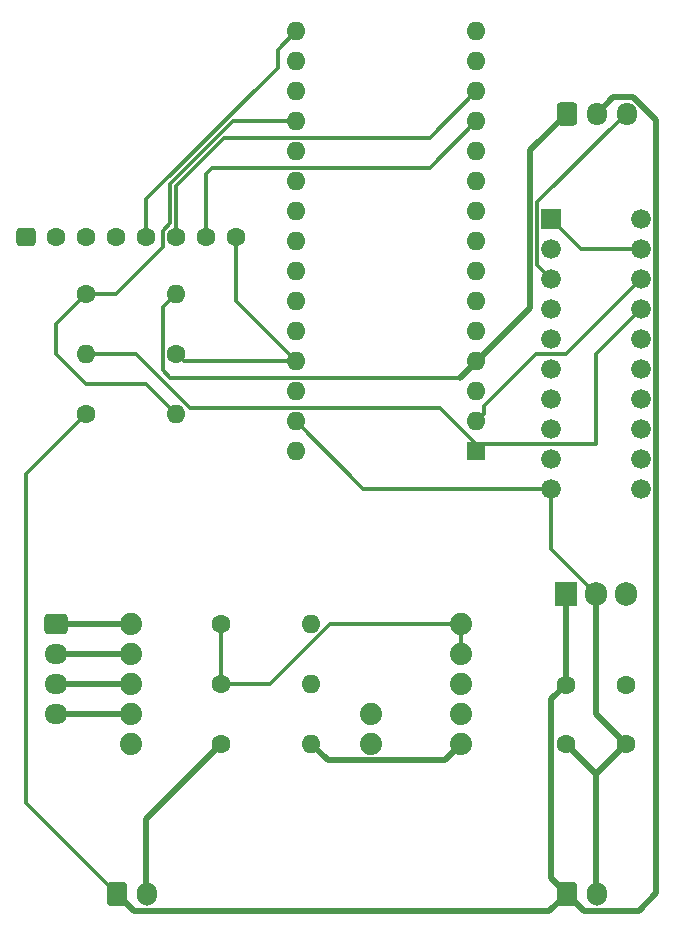
<source format=gbr>
%TF.GenerationSoftware,KiCad,Pcbnew,7.0.6*%
%TF.CreationDate,2023-07-23T20:46:28-06:00*%
%TF.ProjectId,Caress,43617265-7373-42e6-9b69-6361645f7063,2*%
%TF.SameCoordinates,Original*%
%TF.FileFunction,Copper,L1,Top*%
%TF.FilePolarity,Positive*%
%FSLAX46Y46*%
G04 Gerber Fmt 4.6, Leading zero omitted, Abs format (unit mm)*
G04 Created by KiCad (PCBNEW 7.0.6) date 2023-07-23 20:46:28*
%MOMM*%
%LPD*%
G01*
G04 APERTURE LIST*
G04 Aperture macros list*
%AMRoundRect*
0 Rectangle with rounded corners*
0 $1 Rounding radius*
0 $2 $3 $4 $5 $6 $7 $8 $9 X,Y pos of 4 corners*
0 Add a 4 corners polygon primitive as box body*
4,1,4,$2,$3,$4,$5,$6,$7,$8,$9,$2,$3,0*
0 Add four circle primitives for the rounded corners*
1,1,$1+$1,$2,$3*
1,1,$1+$1,$4,$5*
1,1,$1+$1,$6,$7*
1,1,$1+$1,$8,$9*
0 Add four rect primitives between the rounded corners*
20,1,$1+$1,$2,$3,$4,$5,0*
20,1,$1+$1,$4,$5,$6,$7,0*
20,1,$1+$1,$6,$7,$8,$9,0*
20,1,$1+$1,$8,$9,$2,$3,0*%
G04 Aperture macros list end*
%TA.AperFunction,ComponentPad*%
%ADD10C,1.600000*%
%TD*%
%TA.AperFunction,ComponentPad*%
%ADD11O,1.600000X1.600000*%
%TD*%
%TA.AperFunction,ComponentPad*%
%ADD12RoundRect,0.250000X-0.600000X-0.725000X0.600000X-0.725000X0.600000X0.725000X-0.600000X0.725000X0*%
%TD*%
%TA.AperFunction,ComponentPad*%
%ADD13O,1.700000X1.950000*%
%TD*%
%TA.AperFunction,ComponentPad*%
%ADD14RoundRect,0.250000X-0.725000X0.600000X-0.725000X-0.600000X0.725000X-0.600000X0.725000X0.600000X0*%
%TD*%
%TA.AperFunction,ComponentPad*%
%ADD15O,1.950000X1.700000*%
%TD*%
%TA.AperFunction,ComponentPad*%
%ADD16R,1.676400X1.676400*%
%TD*%
%TA.AperFunction,ComponentPad*%
%ADD17C,1.676400*%
%TD*%
%TA.AperFunction,ComponentPad*%
%ADD18RoundRect,0.250000X-0.600000X-0.750000X0.600000X-0.750000X0.600000X0.750000X-0.600000X0.750000X0*%
%TD*%
%TA.AperFunction,ComponentPad*%
%ADD19O,1.700000X2.000000*%
%TD*%
%TA.AperFunction,ComponentPad*%
%ADD20RoundRect,0.400000X0.450000X-0.400000X0.450000X0.400000X-0.450000X0.400000X-0.450000X-0.400000X0*%
%TD*%
%TA.AperFunction,ComponentPad*%
%ADD21C,1.879600*%
%TD*%
%TA.AperFunction,ComponentPad*%
%ADD22R,1.600000X1.600000*%
%TD*%
%TA.AperFunction,ComponentPad*%
%ADD23R,1.905000X2.000000*%
%TD*%
%TA.AperFunction,ComponentPad*%
%ADD24O,1.905000X2.000000*%
%TD*%
%TA.AperFunction,Conductor*%
%ADD25C,0.300000*%
%TD*%
%TA.AperFunction,Conductor*%
%ADD26C,0.500000*%
%TD*%
G04 APERTURE END LIST*
D10*
%TO.P,R4,1*%
%TO.N,+5V*%
X55895881Y-71120000D03*
D11*
%TO.P,R4,2*%
%TO.N,/D1_2A4*%
X48275881Y-71120000D03*
%TD*%
D12*
%TO.P,J4,1,Pin_1*%
%TO.N,GND*%
X88940000Y-50800000D03*
D13*
%TO.P,J4,2,Pin_2*%
%TO.N,+12V*%
X91480000Y-50800000D03*
%TO.P,J4,3,Pin_3*%
%TO.N,Net-(J4-Pin_3)*%
X94020000Y-50800000D03*
%TD*%
D14*
%TO.P,J1,1,Pin_1*%
%TO.N,Net-(J1-Pin_1)*%
X45720000Y-93980000D03*
D15*
%TO.P,J1,2,Pin_2*%
%TO.N,Net-(J1-Pin_2)*%
X45720000Y-96520000D03*
%TO.P,J1,3,Pin_3*%
%TO.N,Net-(J1-Pin_3)*%
X45720000Y-99060000D03*
%TO.P,J1,4,Pin_4*%
%TO.N,Net-(J1-Pin_4)*%
X45720000Y-101600000D03*
%TD*%
D16*
%TO.P,U4,1,1~G*%
%TO.N,/D2_G*%
X87630000Y-59690000D03*
D17*
%TO.P,U4,2,1A1*%
%TO.N,unconnected-(U4-1A1-Pad2)*%
X87630000Y-62230000D03*
%TO.P,U4,3,2Y4*%
%TO.N,Net-(J4-Pin_3)*%
X87630000Y-64770000D03*
%TO.P,U4,4,1A2*%
%TO.N,unconnected-(U4-1A2-Pad4)*%
X87630000Y-67310000D03*
%TO.P,U4,5,2Y3*%
%TO.N,unconnected-(U4-2Y3-Pad5)*%
X87630000Y-69850000D03*
%TO.P,U4,6,1A3*%
%TO.N,unconnected-(U4-1A3-Pad6)*%
X87630000Y-72390000D03*
%TO.P,U4,7,2Y2*%
%TO.N,unconnected-(U4-2Y2-Pad7)*%
X87630000Y-74930000D03*
%TO.P,U4,8,1A4*%
%TO.N,unconnected-(U4-1A4-Pad8)*%
X87630000Y-77470000D03*
%TO.P,U4,9,2Y1*%
%TO.N,unconnected-(U4-2Y1-Pad9)*%
X87630000Y-80010000D03*
%TO.P,U4,10,GND*%
%TO.N,GND*%
X87630000Y-82550000D03*
%TO.P,U4,11,2A1*%
%TO.N,unconnected-(U4-2A1-Pad11)*%
X95250000Y-82550000D03*
%TO.P,U4,12,1Y4*%
%TO.N,unconnected-(U4-1Y4-Pad12)*%
X95250000Y-80010000D03*
%TO.P,U4,13,2A2*%
%TO.N,unconnected-(U4-2A2-Pad13)*%
X95250000Y-77470000D03*
%TO.P,U4,14,1Y3*%
%TO.N,unconnected-(U4-1Y3-Pad14)*%
X95250000Y-74930000D03*
%TO.P,U4,15,2A3*%
%TO.N,unconnected-(U4-2A3-Pad15)*%
X95250000Y-72390000D03*
%TO.P,U4,16,1Y2*%
%TO.N,unconnected-(U4-1Y2-Pad16)*%
X95250000Y-69850000D03*
%TO.P,U4,17,2A4*%
%TO.N,/D1_2A4*%
X95250000Y-67310000D03*
%TO.P,U4,18,1Y1*%
%TO.N,/D0_1Y1*%
X95250000Y-64770000D03*
%TO.P,U4,19,2G*%
%TO.N,/D2_G*%
X95250000Y-62230000D03*
%TO.P,U4,20,VCC*%
%TO.N,+5V*%
X95250000Y-59690000D03*
%TD*%
D10*
%TO.P,C1,1*%
%TO.N,+12V*%
X88900000Y-99140000D03*
%TO.P,C1,2*%
%TO.N,GND*%
X88900000Y-104140000D03*
%TD*%
D18*
%TO.P,J2,1,Pin_1*%
%TO.N,+12V*%
X50840000Y-116840000D03*
D19*
%TO.P,J2,2,Pin_2*%
%TO.N,Net-(J2-Pin_2)*%
X53380000Y-116840000D03*
%TD*%
D20*
%TO.P,U1,1,GND*%
%TO.N,GND*%
X43180000Y-61206660D03*
D10*
%TO.P,U1,2,IRQ*%
%TO.N,/D8_IRQ*%
X45720000Y-61206660D03*
%TO.P,U1,3,MISO*%
%TO.N,/D12_MISO*%
X48260000Y-61206660D03*
%TO.P,U1,4,MOSI*%
%TO.N,/D11_MOSI*%
X50800000Y-61206660D03*
%TO.P,U1,5,SCK*%
%TO.N,/D13_SCK*%
X53340000Y-61206660D03*
%TO.P,U1,6,CSN*%
%TO.N,/D10_CSN*%
X55880000Y-61206660D03*
%TO.P,U1,7,CE*%
%TO.N,/D9_CE*%
X58420000Y-61206660D03*
%TO.P,U1,8,VCC*%
%TO.N,+5V*%
X60960000Y-61206660D03*
%TD*%
%TO.P,R1,1*%
%TO.N,+12V*%
X48275881Y-76200000D03*
D11*
%TO.P,R1,2*%
%TO.N,/A0_VBat*%
X55895881Y-76200000D03*
%TD*%
D10*
%TO.P,R6,1*%
%TO.N,+5V*%
X59690000Y-99060000D03*
D11*
%TO.P,R6,2*%
%TO.N,Net-(J4-Pin_3)*%
X67310000Y-99060000D03*
%TD*%
D10*
%TO.P,R5,1*%
%TO.N,+5V*%
X59690000Y-93980000D03*
D11*
%TO.P,R5,2*%
%TO.N,/D0_1Y1*%
X67310000Y-93980000D03*
%TD*%
D10*
%TO.P,C2,1*%
%TO.N,/VIN_5v*%
X93980000Y-99140000D03*
%TO.P,C2,2*%
%TO.N,GND*%
X93980000Y-104140000D03*
%TD*%
D18*
%TO.P,J3,1,Pin_1*%
%TO.N,+12V*%
X88940000Y-116840000D03*
D19*
%TO.P,J3,2,Pin_2*%
%TO.N,GND*%
X91480000Y-116840000D03*
%TD*%
D21*
%TO.P,U2,1,RED*%
%TO.N,Net-(J1-Pin_1)*%
X52070000Y-93980000D03*
%TO.P,U2,2,BLK*%
%TO.N,Net-(J1-Pin_2)*%
X52070000Y-96520000D03*
%TO.P,U2,3,WHT*%
%TO.N,Net-(J1-Pin_3)*%
X52070000Y-99060000D03*
%TO.P,U2,4,GRN*%
%TO.N,Net-(J1-Pin_4)*%
X52070000Y-101600000D03*
%TO.P,U2,5,YLW*%
%TO.N,unconnected-(U2-YLW-Pad5)*%
X52070000Y-104140000D03*
%TO.P,U2,6,GND*%
%TO.N,GND*%
X80010000Y-104140000D03*
%TO.P,U2,7,CLK*%
%TO.N,/D5_CLK*%
X80010000Y-101600000D03*
%TO.P,U2,8,DAT*%
%TO.N,/D6_DAT*%
X80010000Y-99060000D03*
%TO.P,U2,9,VCC*%
%TO.N,+5V*%
X80010000Y-96520000D03*
%TO.P,U2,10,VDD*%
X80010000Y-93980000D03*
%TO.P,U2,11,B+*%
%TO.N,unconnected-(U2-B+-Pad11)*%
X72390000Y-101600000D03*
%TO.P,U2,12,B-*%
%TO.N,unconnected-(U2-B--Pad12)*%
X72390000Y-104140000D03*
%TD*%
D22*
%TO.P,A1,1,D1/TX*%
%TO.N,/D1_2A4*%
X81280000Y-79400000D03*
D11*
%TO.P,A1,2,D0/RX*%
%TO.N,/D0_1Y1*%
X81280000Y-76860000D03*
%TO.P,A1,3,~{RESET}*%
%TO.N,unconnected-(A1-~{RESET}-Pad3)*%
X81280000Y-74320000D03*
%TO.P,A1,4,GND*%
%TO.N,GND*%
X81280000Y-71780000D03*
%TO.P,A1,5,D2*%
%TO.N,/D2_G*%
X81280000Y-69240000D03*
%TO.P,A1,6,D3*%
%TO.N,unconnected-(A1-D3-Pad6)*%
X81280000Y-66700000D03*
%TO.P,A1,7,D4*%
%TO.N,unconnected-(A1-D4-Pad7)*%
X81280000Y-64160000D03*
%TO.P,A1,8,D5*%
%TO.N,/D5_CLK*%
X81280000Y-61620000D03*
%TO.P,A1,9,D6*%
%TO.N,/D6_DAT*%
X81280000Y-59080000D03*
%TO.P,A1,10,D7*%
%TO.N,unconnected-(A1-D7-Pad10)*%
X81280000Y-56540000D03*
%TO.P,A1,11,D8*%
%TO.N,/D8_IRQ*%
X81280000Y-54000000D03*
%TO.P,A1,12,D9*%
%TO.N,/D9_CE*%
X81280000Y-51460000D03*
%TO.P,A1,13,D10*%
%TO.N,/D10_CSN*%
X81280000Y-48920000D03*
%TO.P,A1,14,D11*%
%TO.N,/D11_MOSI*%
X81280000Y-46380000D03*
%TO.P,A1,15,D12*%
%TO.N,/D12_MISO*%
X81280000Y-43840000D03*
%TO.P,A1,16,D13*%
%TO.N,/D13_SCK*%
X66040000Y-43840000D03*
%TO.P,A1,17,3V3*%
%TO.N,unconnected-(A1-3V3-Pad17)*%
X66040000Y-46380000D03*
%TO.P,A1,18,AREF*%
%TO.N,unconnected-(A1-AREF-Pad18)*%
X66040000Y-48920000D03*
%TO.P,A1,19,A0*%
%TO.N,/A0_VBat*%
X66040000Y-51460000D03*
%TO.P,A1,20,A1*%
%TO.N,unconnected-(A1-A1-Pad20)*%
X66040000Y-54000000D03*
%TO.P,A1,21,A2*%
%TO.N,unconnected-(A1-A2-Pad21)*%
X66040000Y-56540000D03*
%TO.P,A1,22,A3*%
%TO.N,unconnected-(A1-A3-Pad22)*%
X66040000Y-59080000D03*
%TO.P,A1,23,A4*%
%TO.N,unconnected-(A1-A4-Pad23)*%
X66040000Y-61620000D03*
%TO.P,A1,24,A5*%
%TO.N,unconnected-(A1-A5-Pad24)*%
X66040000Y-64160000D03*
%TO.P,A1,25,A6*%
%TO.N,unconnected-(A1-A6-Pad25)*%
X66040000Y-66700000D03*
%TO.P,A1,26,A7*%
%TO.N,unconnected-(A1-A7-Pad26)*%
X66040000Y-69240000D03*
%TO.P,A1,27,+5V*%
%TO.N,+5V*%
X66040000Y-71780000D03*
%TO.P,A1,28,~{RESET}*%
%TO.N,unconnected-(A1-~{RESET}-Pad28)*%
X66040000Y-74320000D03*
%TO.P,A1,29,GND*%
%TO.N,GND*%
X66040000Y-76860000D03*
%TO.P,A1,30,VIN*%
%TO.N,/VIN_5v*%
X66040000Y-79400000D03*
%TD*%
D10*
%TO.P,R3,1*%
%TO.N,Net-(J2-Pin_2)*%
X59690000Y-104140000D03*
D11*
%TO.P,R3,2*%
%TO.N,GND*%
X67310000Y-104140000D03*
%TD*%
D10*
%TO.P,R2,1*%
%TO.N,/A0_VBat*%
X48275881Y-66040000D03*
D11*
%TO.P,R2,2*%
%TO.N,GND*%
X55895881Y-66040000D03*
%TD*%
D23*
%TO.P,U3,1,VI*%
%TO.N,+12V*%
X88900000Y-91440000D03*
D24*
%TO.P,U3,2,GND*%
%TO.N,GND*%
X91440000Y-91440000D03*
%TO.P,U3,3,VO*%
%TO.N,/VIN_5v*%
X93980000Y-91440000D03*
%TD*%
D25*
%TO.N,GND*%
X79890000Y-73170000D02*
X81280000Y-71780000D01*
X54745881Y-67190000D02*
X54745881Y-72525881D01*
D26*
X93980000Y-104140000D02*
X91440000Y-106680000D01*
X85841800Y-67218200D02*
X79890000Y-73170000D01*
D25*
X87630000Y-82550000D02*
X87630000Y-87630000D01*
D26*
X78620200Y-105529800D02*
X68699800Y-105529800D01*
X80010000Y-104140000D02*
X78620200Y-105529800D01*
X85841800Y-53898200D02*
X85841800Y-67218200D01*
D25*
X54745881Y-72525881D02*
X55390000Y-73170000D01*
X87630000Y-82550000D02*
X71730000Y-82550000D01*
D26*
X91440000Y-101600000D02*
X91440000Y-91440000D01*
D25*
X87630000Y-87630000D02*
X91440000Y-91440000D01*
D26*
X91440000Y-116840000D02*
X91440000Y-106680000D01*
D25*
X55390000Y-73170000D02*
X79890000Y-73170000D01*
D26*
X88940000Y-50800000D02*
X85841800Y-53898200D01*
X91440000Y-106680000D02*
X88900000Y-104140000D01*
X93980000Y-104140000D02*
X91440000Y-101600000D01*
D25*
X55895881Y-66040000D02*
X54745881Y-67190000D01*
D26*
X68699800Y-105529800D02*
X67310000Y-104140000D01*
D25*
X71730000Y-82550000D02*
X66040000Y-76860000D01*
%TO.N,+5V*%
X55895881Y-71120000D02*
X56555881Y-71780000D01*
X60960000Y-61206660D02*
X60960000Y-66700000D01*
X60960000Y-66700000D02*
X66040000Y-71780000D01*
X80010000Y-96520000D02*
X80010000Y-93980000D01*
X63856346Y-99060000D02*
X59690000Y-99060000D01*
X68936346Y-93980000D02*
X63856346Y-99060000D01*
X80010000Y-93980000D02*
X68936346Y-93980000D01*
X59690000Y-99060000D02*
X59690000Y-93980000D01*
X56555881Y-71780000D02*
X66040000Y-71780000D01*
%TO.N,+12V*%
X48275881Y-76200000D02*
X43180000Y-81295881D01*
D26*
X88940000Y-116840000D02*
X87650000Y-115550000D01*
X88940000Y-116840000D02*
X90390000Y-118290000D01*
X96538200Y-51354722D02*
X94558478Y-49375000D01*
X52290000Y-118290000D02*
X87490000Y-118290000D01*
X94558478Y-49375000D02*
X92905000Y-49375000D01*
X92905000Y-49375000D02*
X91480000Y-50800000D01*
X50840000Y-116840000D02*
X52290000Y-118290000D01*
X87650000Y-100390000D02*
X88900000Y-99140000D01*
D25*
X43180000Y-81295881D02*
X43180000Y-109180000D01*
X43180000Y-109180000D02*
X50840000Y-116840000D01*
D26*
X90390000Y-118290000D02*
X95070000Y-118290000D01*
X87650000Y-115550000D02*
X87650000Y-100390000D01*
X88900000Y-99140000D02*
X88900000Y-91440000D01*
X87490000Y-118290000D02*
X88940000Y-116840000D01*
X95070000Y-118290000D02*
X96538200Y-116821800D01*
X96538200Y-116821800D02*
X96538200Y-51354722D01*
D25*
%TO.N,/D1_2A4*%
X91440000Y-78740000D02*
X91440000Y-71120000D01*
X78250000Y-75710000D02*
X81280000Y-78740000D01*
X52442227Y-71120000D02*
X57032227Y-75710000D01*
X81280000Y-78740000D02*
X81280000Y-79400000D01*
X57032227Y-75710000D02*
X78250000Y-75710000D01*
X91440000Y-71120000D02*
X95250000Y-67310000D01*
X81940000Y-78740000D02*
X91440000Y-78740000D01*
X81280000Y-79400000D02*
X81940000Y-78740000D01*
X48275881Y-71120000D02*
X52442227Y-71120000D01*
%TO.N,/D0_1Y1*%
X81940000Y-76200000D02*
X81280000Y-76860000D01*
X86360000Y-71120000D02*
X81940000Y-75540000D01*
X81940000Y-75540000D02*
X81940000Y-76200000D01*
X95250000Y-64770000D02*
X88900000Y-71120000D01*
X88900000Y-71120000D02*
X86360000Y-71120000D01*
%TO.N,/D2_G*%
X95250000Y-62230000D02*
X90170000Y-62230000D01*
X90170000Y-62230000D02*
X87630000Y-59690000D01*
%TO.N,/D9_CE*%
X77350000Y-55390000D02*
X81280000Y-51460000D01*
X58420000Y-61206660D02*
X58420000Y-55880000D01*
X58420000Y-55880000D02*
X58910000Y-55390000D01*
X58910000Y-55390000D02*
X77350000Y-55390000D01*
%TO.N,/D10_CSN*%
X81280000Y-48920000D02*
X77350000Y-52850000D01*
X59970659Y-52850000D02*
X55880000Y-56940659D01*
X77350000Y-52850000D02*
X59970659Y-52850000D01*
X55880000Y-56940659D02*
X55880000Y-61206660D01*
%TO.N,/D13_SCK*%
X64465788Y-46940659D02*
X53340000Y-58066447D01*
X64465788Y-45414212D02*
X64465788Y-46940659D01*
X53340000Y-58066447D02*
X53340000Y-61206660D01*
X66040000Y-43840000D02*
X64465788Y-45414212D01*
%TO.N,/A0_VBat*%
X53355881Y-73660000D02*
X48260000Y-73660000D01*
X50800000Y-66040000D02*
X48275881Y-66040000D01*
X54730000Y-62110000D02*
X50800000Y-66040000D01*
X66040000Y-51460000D02*
X60653553Y-51460000D01*
X48260000Y-73660000D02*
X45720000Y-71120000D01*
X55380000Y-56733553D02*
X55380000Y-60080314D01*
X54730000Y-60730314D02*
X54730000Y-62110000D01*
X45720000Y-68595881D02*
X48275881Y-66040000D01*
X55895881Y-76200000D02*
X53355881Y-73660000D01*
X45720000Y-71120000D02*
X45720000Y-68595881D01*
X55380000Y-60080314D02*
X54730000Y-60730314D01*
X60653553Y-51460000D02*
X55380000Y-56733553D01*
D26*
%TO.N,Net-(J1-Pin_1)*%
X52070000Y-93980000D02*
X45720000Y-93980000D01*
%TO.N,Net-(J1-Pin_2)*%
X52070000Y-96520000D02*
X45720000Y-96520000D01*
%TO.N,Net-(J1-Pin_3)*%
X52070000Y-99060000D02*
X45720000Y-99060000D01*
%TO.N,Net-(J1-Pin_4)*%
X45720000Y-101600000D02*
X52070000Y-101600000D01*
D25*
%TO.N,Net-(J4-Pin_3)*%
X86441800Y-63581800D02*
X86441800Y-58298200D01*
X87630000Y-64770000D02*
X86441800Y-63581800D01*
X86441800Y-58298200D02*
X93940000Y-50800000D01*
D26*
%TO.N,Net-(J2-Pin_2)*%
X53340000Y-116840000D02*
X53340000Y-110490000D01*
X53340000Y-110490000D02*
X59690000Y-104140000D01*
%TD*%
M02*

</source>
